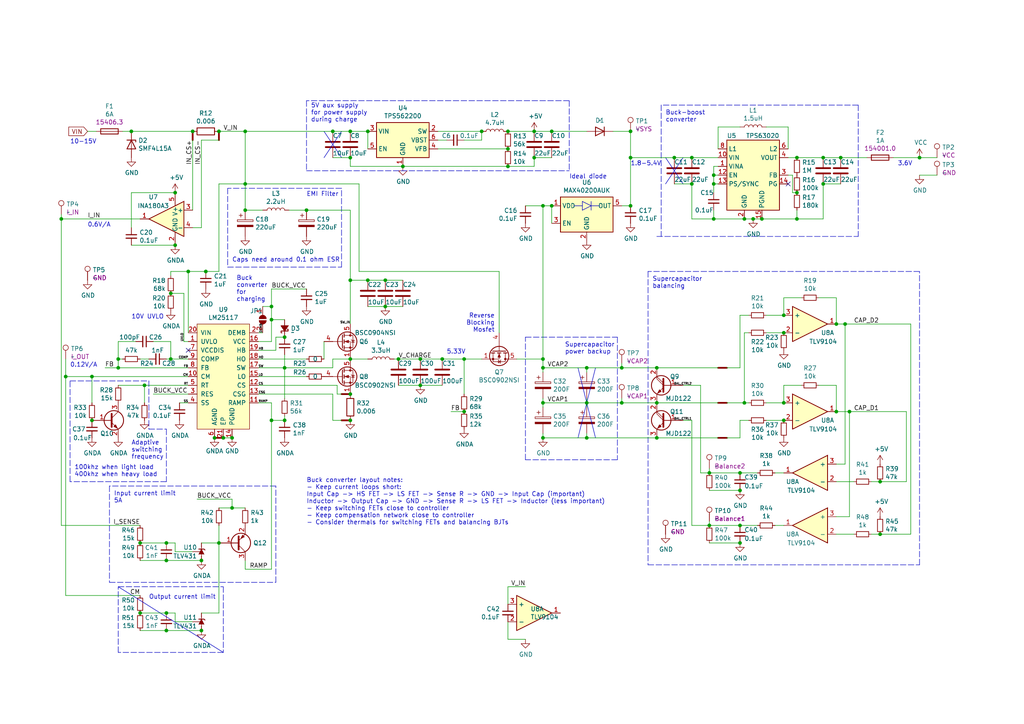
<source format=kicad_sch>
(kicad_sch (version 20211123) (generator eeschema)
  (paper "A4")
  (title_block (title "TSAL Logic and Power Board") (date "2021-03-01") (rev "B") (company "Copyright (c) 2021 Andrew Chen <andrew@xortux.com>"))
  (junction (at 205.74 137.16))
  (junction (at 55.88 38.1))
  (junction (at 128.27 104.14))
  (junction (at 157.48 59.69))
  (junction (at 62.23 127))
  (junction (at 160.02 38.1))
  (junction (at 78.74 88.9))
  (junction (at 71.12 60.96))
  (junction (at 48.26 157.48))
  (junction (at 220.98 63.5))
  (junction (at 63.5 38.1))
  (junction (at 88.9 60.96))
  (junction (at 101.6 104.14))
  (junction (at 255.27 139.7))
  (junction (at 134.62 104.14))
  (junction (at 38.1 38.1))
  (junction (at 48.26 182.88))
  (junction (at 227.33 121.92))
  (junction (at 180.34 116.84))
  (junction (at 34.29 106.68))
  (junction (at 82.55 97.79))
  (junction (at 50.8 71.12))
  (junction (at 139.7 38.1))
  (junction (at 154.94 45.72))
  (junction (at 231.14 63.5))
  (junction (at 26.67 109.22))
  (junction (at 231.14 55.88))
  (junction (at 101.6 81.28))
  (junction (at 58.42 182.88))
  (junction (at 50.8 55.88))
  (junction (at 214.63 142.24))
  (junction (at 67.31 127))
  (junction (at 48.26 162.56))
  (junction (at 41.91 111.76))
  (junction (at 245.11 93.98))
  (junction (at 242.57 93.98))
  (junction (at 121.92 104.14))
  (junction (at 59.69 78.74))
  (junction (at 106.68 38.1))
  (junction (at 205.74 152.4))
  (junction (at 64.77 127))
  (junction (at 63.5 157.48))
  (junction (at 17.78 63.5))
  (junction (at 182.88 45.72))
  (junction (at 195.58 45.72))
  (junction (at 215.9 116.84))
  (junction (at 207.01 53.34))
  (junction (at 190.5 127))
  (junction (at 67.31 147.32))
  (junction (at 116.84 48.26))
  (junction (at 101.6 121.92))
  (junction (at 157.48 116.84))
  (junction (at 255.27 154.94))
  (junction (at 71.12 53.34))
  (junction (at 266.7 45.72))
  (junction (at 134.62 119.38))
  (junction (at 54.61 78.74))
  (junction (at 147.32 48.26))
  (junction (at 180.34 106.68))
  (junction (at 190.5 116.84))
  (junction (at 160.02 59.69))
  (junction (at 101.6 45.72))
  (junction (at 238.76 45.72))
  (junction (at 78.74 121.92))
  (junction (at 157.48 106.68))
  (junction (at 106.68 81.28))
  (junction (at 58.42 162.56))
  (junction (at 215.9 63.5))
  (junction (at 71.12 38.1))
  (junction (at 218.44 63.5))
  (junction (at 82.55 121.92))
  (junction (at 19.05 109.22))
  (junction (at 78.74 92.71))
  (junction (at 40.64 157.48))
  (junction (at 147.32 38.1))
  (junction (at 96.52 38.1))
  (junction (at 190.5 106.68))
  (junction (at 157.48 104.14))
  (junction (at 214.63 157.48))
  (junction (at 170.18 116.84))
  (junction (at 111.76 88.9))
  (junction (at 101.6 38.1))
  (junction (at 214.63 137.16))
  (junction (at 111.76 81.28))
  (junction (at 147.32 43.18))
  (junction (at 238.76 53.34))
  (junction (at 115.57 104.14))
  (junction (at 170.18 127))
  (junction (at 157.48 127))
  (junction (at 34.29 104.14))
  (junction (at 243.84 45.72))
  (junction (at 182.88 38.1))
  (junction (at 207.01 63.5))
  (junction (at 101.6 114.3))
  (junction (at 231.14 45.72))
  (junction (at 182.88 59.69))
  (junction (at 82.55 106.68))
  (junction (at 170.18 106.68))
  (junction (at 40.64 177.8))
  (junction (at 49.53 85.09))
  (junction (at 200.66 53.34))
  (junction (at 200.66 45.72))
  (junction (at 214.63 152.4))
  (junction (at 227.33 96.52))
  (junction (at 246.38 119.38))
  (junction (at 227.33 116.84))
  (junction (at 207.01 50.8))
  (junction (at 154.94 38.1))
  (junction (at 121.92 111.76))
  (junction (at 48.26 177.8))
  (junction (at 49.53 104.14))
  (junction (at 26.67 121.92))
  (junction (at 227.33 91.44))
  (junction (at 242.57 119.38))
  (no_connect (at 228.6 53.34))
  (no_connect (at 54.61 101.6))
  (wire (pts (xy 214.63 137.16) (xy 219.71 137.16)))
  (wire (pts (xy 214.63 36.83) (xy 208.28 36.83)))
  (wire (pts (xy 170.18 116.84) (xy 157.48 116.84)))
  (wire (pts (xy 170.18 107.95) (xy 170.18 106.68)))
  (wire (pts (xy 245.11 93.98) (xy 264.16 93.98)))
  (wire (pts (xy 78.74 116.84) (xy 78.74 121.92)))
  (wire (pts (xy 58.42 162.56) (xy 48.26 162.56)))
  (wire (pts (xy 170.18 125.73) (xy 170.18 127)))
  (wire (pts (xy 19.05 172.72) (xy 19.05 109.22)))
  (wire (pts (xy 115.57 111.76) (xy 121.92 111.76)))
  (wire (pts (xy 242.57 154.94) (xy 247.65 154.94)))
  (wire (pts (xy 58.42 40.64) (xy 58.42 66.04)))
  (wire (pts (xy 80.01 97.79) (xy 80.01 101.6)))
  (wire (pts (xy 222.25 36.83) (xy 228.6 36.83)))
  (wire (pts (xy 96.52 45.72) (xy 101.6 45.72)))
  (wire (pts (xy 76.2 96.52) (xy 74.93 96.52)))
  (wire (pts (xy 104.14 53.34) (xy 104.14 78.74)))
  (wire (pts (xy 208.28 53.34) (xy 207.01 53.34)))
  (wire (pts (xy 214.63 127) (xy 214.63 121.92)))
  (wire (pts (xy 50.8 180.34) (xy 50.8 177.8)))
  (wire (pts (xy 101.6 38.1) (xy 106.68 38.1)))
  (polyline (pts (xy 168.91 58.42) (xy 171.45 59.69)) (stroke (width 0) (type solid)))
  (wire (pts (xy 134.62 104.14) (xy 139.7 104.14)))
  (polyline (pts (xy 88.9 29.21) (xy 88.9 49.53)))
  (wire (pts (xy 160.02 64.77) (xy 160.02 59.69)))
  (wire (pts (xy 38.1 55.88) (xy 50.8 55.88)))
  (wire (pts (xy 71.12 38.1) (xy 96.52 38.1)))
  (wire (pts (xy 71.12 53.34) (xy 104.14 53.34)))
  (wire (pts (xy 78.74 99.06) (xy 78.74 92.71)))
  (wire (pts (xy 58.42 182.88) (xy 48.26 182.88)))
  (wire (pts (xy 40.64 63.5) (xy 17.78 63.5)))
  (wire (pts (xy 170.18 118.11) (xy 170.18 116.84)))
  (wire (pts (xy 58.42 177.8) (xy 63.5 177.8)))
  (wire (pts (xy 210.82 116.84) (xy 215.9 116.84)))
  (wire (pts (xy 170.18 116.84) (xy 180.34 116.84)))
  (wire (pts (xy 71.12 53.34) (xy 71.12 38.1)))
  (wire (pts (xy 55.88 60.96) (xy 55.88 40.64)))
  (wire (pts (xy 147.32 170.18) (xy 152.4 170.18)))
  (wire (pts (xy 231.14 63.5) (xy 238.76 63.5)))
  (polyline (pts (xy 48.26 124.46) (xy 48.26 139.7)))
  (wire (pts (xy 157.48 106.68) (xy 157.48 104.14)))
  (wire (pts (xy 82.55 106.68) (xy 96.52 106.68)))
  (wire (pts (xy 63.5 78.74) (xy 63.5 53.34)))
  (wire (pts (xy 96.52 121.92) (xy 99.06 121.92)))
  (wire (pts (xy 130.81 119.38) (xy 134.62 119.38)))
  (polyline (pts (xy 166.37 59.69) (xy 168.91 59.69)) (stroke (width 0) (type solid)))
  (wire (pts (xy 229.87 50.8) (xy 229.87 55.88)))
  (wire (pts (xy 40.64 182.88) (xy 48.26 182.88)))
  (polyline (pts (xy 198.12 45.72) (xy 193.04 53.34)) (stroke (width 0) (type solid)))
  (wire (pts (xy 157.48 106.68) (xy 170.18 106.68)))
  (wire (pts (xy 222.25 91.44) (xy 227.33 91.44)))
  (polyline (pts (xy 80.01 168.91) (xy 80.01 140.97)))
  (wire (pts (xy 205.74 137.16) (xy 205.74 135.89)))
  (wire (pts (xy 127 38.1) (xy 139.7 38.1)))
  (wire (pts (xy 38.1 71.12) (xy 50.8 71.12)))
  (wire (pts (xy 38.1 38.1) (xy 55.88 38.1)))
  (polyline (pts (xy 31.75 140.97) (xy 31.75 168.91)))
  (wire (pts (xy 40.64 162.56) (xy 48.26 162.56)))
  (wire (pts (xy 49.53 104.14) (xy 54.61 104.14)))
  (wire (pts (xy 207.01 50.8) (xy 207.01 53.34)))
  (wire (pts (xy 76.2 88.9) (xy 78.74 88.9)))
  (polyline (pts (xy 20.32 110.49) (xy 43.18 110.49)))
  (wire (pts (xy 74.93 106.68) (xy 82.55 106.68)))
  (wire (pts (xy 63.5 157.48) (xy 63.5 177.8)))
  (wire (pts (xy 160.02 45.72) (xy 154.94 45.72)))
  (wire (pts (xy 214.63 91.44) (xy 214.63 106.68)))
  (wire (pts (xy 246.38 149.86) (xy 246.38 119.38)))
  (wire (pts (xy 54.61 111.76) (xy 41.91 111.76)))
  (polyline (pts (xy 172.72 106.68) (xy 167.64 127)) (stroke (width 0) (type solid)))
  (wire (pts (xy 182.88 38.1) (xy 182.88 45.72)))
  (wire (pts (xy 190.5 116.84) (xy 208.28 116.84)))
  (wire (pts (xy 27.94 38.1) (xy 25.4 38.1)))
  (wire (pts (xy 134.62 40.64) (xy 139.7 40.64)))
  (wire (pts (xy 49.53 80.01) (xy 49.53 78.74)))
  (wire (pts (xy 237.49 86.36) (xy 242.57 86.36)))
  (wire (pts (xy 237.49 111.76) (xy 242.57 111.76)))
  (wire (pts (xy 262.89 139.7) (xy 262.89 119.38)))
  (wire (pts (xy 195.58 45.72) (xy 182.88 45.72)))
  (polyline (pts (xy 171.45 59.69) (xy 173.99 59.69)) (stroke (width 0) (type solid)))
  (wire (pts (xy 17.78 63.5) (xy 17.78 152.4)))
  (wire (pts (xy 215.9 116.84) (xy 217.17 116.84)))
  (polyline (pts (xy 64.77 189.23) (xy 34.29 189.23)))
  (wire (pts (xy 88.9 109.22) (xy 74.93 109.22)))
  (wire (pts (xy 208.28 50.8) (xy 207.01 50.8)))
  (polyline (pts (xy 171.45 58.42) (xy 171.45 60.96)) (stroke (width 0) (type solid)))
  (wire (pts (xy 190.5 127) (xy 208.28 127)))
  (wire (pts (xy 35.56 104.14) (xy 34.29 104.14)))
  (wire (pts (xy 245.11 134.62) (xy 245.11 93.98)))
  (wire (pts (xy 106.68 88.9) (xy 111.76 88.9)))
  (polyline (pts (xy 93.98 38.1) (xy 99.06 45.72)) (stroke (width 0) (type solid)))
  (wire (pts (xy 57.15 144.78) (xy 67.31 144.78)))
  (polyline (pts (xy 31.75 168.91) (xy 80.01 168.91)))
  (wire (pts (xy 149.86 104.14) (xy 157.48 104.14)))
  (wire (pts (xy 101.6 104.14) (xy 106.68 104.14)))
  (wire (pts (xy 53.34 99.06) (xy 54.61 99.06)))
  (polyline (pts (xy 43.18 124.46) (xy 48.26 124.46)))
  (wire (pts (xy 208.28 36.83) (xy 208.28 43.18)))
  (wire (pts (xy 247.65 139.7) (xy 242.57 139.7)))
  (wire (pts (xy 74.93 111.76) (xy 97.79 111.76)))
  (wire (pts (xy 227.33 91.44) (xy 227.33 86.36)))
  (wire (pts (xy 134.62 114.3) (xy 134.62 104.14)))
  (wire (pts (xy 266.7 50.8) (xy 271.78 50.8)))
  (polyline (pts (xy 66.04 77.47) (xy 99.06 77.47)))
  (wire (pts (xy 26.67 116.84) (xy 26.67 109.22)))
  (wire (pts (xy 82.55 121.92) (xy 78.74 121.92)))
  (wire (pts (xy 262.89 139.7) (xy 255.27 139.7)))
  (wire (pts (xy 101.6 60.96) (xy 101.6 81.28)))
  (wire (pts (xy 78.74 99.06) (xy 74.93 99.06)))
  (wire (pts (xy 55.88 180.34) (xy 50.8 180.34)))
  (wire (pts (xy 115.57 104.14) (xy 121.92 104.14)))
  (wire (pts (xy 242.57 134.62) (xy 245.11 134.62)))
  (polyline (pts (xy 168.91 60.96) (xy 171.45 59.69)) (stroke (width 0) (type solid)))
  (wire (pts (xy 242.57 111.76) (xy 242.57 119.38)))
  (wire (pts (xy 242.57 93.98) (xy 245.11 93.98)))
  (wire (pts (xy 200.66 121.92) (xy 200.66 152.4)))
  (wire (pts (xy 180.34 105.41) (xy 180.34 106.68)))
  (wire (pts (xy 71.12 60.96) (xy 71.12 53.34)))
  (wire (pts (xy 205.74 137.16) (xy 203.2 137.16)))
  (polyline (pts (xy 248.92 30.48) (xy 191.77 30.48)))
  (wire (pts (xy 210.82 127) (xy 214.63 127)))
  (polyline (pts (xy 168.91 60.96) (xy 168.91 58.42)) (stroke (width 0) (type solid)))
  (polyline (pts (xy 99.06 77.47) (xy 99.06 54.61)))
  (wire (pts (xy 203.2 137.16) (xy 203.2 111.76)))
  (wire (pts (xy 238.76 53.34) (xy 243.84 53.34)))
  (polyline (pts (xy 165.1 29.21) (xy 165.1 49.53)))
  (wire (pts (xy 190.5 106.68) (xy 208.28 106.68)))
  (wire (pts (xy 129.54 40.64) (xy 127 40.64)))
  (wire (pts (xy 48.26 177.8) (xy 50.8 177.8)))
  (wire (pts (xy 78.74 83.82) (xy 88.9 83.82)))
  (wire (pts (xy 255.27 154.94) (xy 252.73 154.94)))
  (polyline (pts (xy 248.92 30.48) (xy 248.92 68.58)))
  (wire (pts (xy 180.34 116.84) (xy 190.5 116.84)))
  (polyline (pts (xy 48.26 139.7) (xy 20.32 139.7)))
  (wire (pts (xy 228.6 50.8) (xy 229.87 50.8)))
  (wire (pts (xy 88.9 60.96) (xy 101.6 60.96)))
  (wire (pts (xy 139.7 40.64) (xy 139.7 38.1)))
  (wire (pts (xy 34.29 106.68) (xy 54.61 106.68)))
  (wire (pts (xy 74.93 114.3) (xy 96.52 114.3)))
  (wire (pts (xy 259.08 45.72) (xy 266.7 45.72)))
  (wire (pts (xy 82.55 106.68) (xy 82.55 115.57)))
  (wire (pts (xy 210.82 106.68) (xy 214.63 106.68)))
  (wire (pts (xy 154.94 48.26) (xy 147.32 48.26)))
  (wire (pts (xy 38.1 66.04) (xy 38.1 55.88)))
  (wire (pts (xy 52.07 116.84) (xy 54.61 116.84)))
  (wire (pts (xy 205.74 152.4) (xy 205.74 151.13)))
  (wire (pts (xy 63.5 38.1) (xy 71.12 38.1)))
  (wire (pts (xy 63.5 53.34) (xy 71.12 53.34)))
  (wire (pts (xy 111.76 81.28) (xy 116.84 81.28)))
  (wire (pts (xy 19.05 104.14) (xy 19.05 109.22)))
  (wire (pts (xy 34.29 106.68) (xy 30.48 106.68)))
  (wire (pts (xy 17.78 63.5) (xy 17.78 62.23)))
  (polyline (pts (xy 187.96 78.74) (xy 187.96 163.83)))
  (wire (pts (xy 170.18 116.84) (xy 170.18 115.57)))
  (wire (pts (xy 127 43.18) (xy 147.32 43.18)))
  (wire (pts (xy 48.26 104.14) (xy 49.53 104.14)))
  (polyline (pts (xy 34.29 170.18) (xy 64.77 189.23)) (stroke (width 0) (type solid)))
  (polyline (pts (xy 43.18 110.49) (xy 43.18 124.46)))
  (wire (pts (xy 106.68 81.28) (xy 111.76 81.28)))
  (wire (pts (xy 157.48 106.68) (xy 157.48 107.95)))
  (wire (pts (xy 34.29 111.76) (xy 41.91 111.76)))
  (wire (pts (xy 180.34 106.68) (xy 190.5 106.68)))
  (wire (pts (xy 228.6 36.83) (xy 228.6 43.18)))
  (wire (pts (xy 205.74 137.16) (xy 214.63 137.16)))
  (wire (pts (xy 78.74 121.92) (xy 78.74 165.1)))
  (wire (pts (xy 224.79 137.16) (xy 227.33 137.16)))
  (wire (pts (xy 49.53 85.09) (xy 53.34 85.09)))
  (wire (pts (xy 40.64 104.14) (xy 43.18 104.14)))
  (wire (pts (xy 157.48 118.11) (xy 157.48 116.84)))
  (wire (pts (xy 93.98 99.06) (xy 93.98 104.14)))
  (wire (pts (xy 71.12 162.56) (xy 71.12 165.1)))
  (wire (pts (xy 207.01 63.5) (xy 215.9 63.5)))
  (polyline (pts (xy 99.06 54.61) (xy 66.04 54.61)))
  (wire (pts (xy 170.18 106.68) (xy 180.34 106.68)))
  (wire (pts (xy 207.01 53.34) (xy 207.01 55.88)))
  (wire (pts (xy 154.94 38.1) (xy 160.02 38.1)))
  (wire (pts (xy 48.26 157.48) (xy 50.8 157.48)))
  (wire (pts (xy 58.42 40.64) (xy 63.5 40.64)))
  (wire (pts (xy 54.61 78.74) (xy 54.61 96.52)))
  (wire (pts (xy 78.74 83.82) (xy 78.74 88.9)))
  (polyline (pts (xy 80.01 140.97) (xy 31.75 140.97)))
  (wire (pts (xy 40.64 157.48) (xy 48.26 157.48)))
  (wire (pts (xy 121.92 111.76) (xy 128.27 111.76)))
  (wire (pts (xy 96.52 104.14) (xy 96.52 106.68)))
  (wire (pts (xy 99.06 114.3) (xy 97.79 114.3)))
  (wire (pts (xy 49.53 78.74) (xy 54.61 78.74)))
  (wire (pts (xy 17.78 152.4) (xy 40.64 152.4)))
  (wire (pts (xy 55.88 66.04) (xy 58.42 66.04)))
  (wire (pts (xy 207.01 48.26) (xy 207.01 50.8)))
  (wire (pts (xy 55.88 160.02) (xy 50.8 160.02)))
  (polyline (pts (xy 64.77 170.18) (xy 64.77 189.23)))
  (wire (pts (xy 232.41 86.36) (xy 227.33 86.36)))
  (polyline (pts (xy 179.07 133.35) (xy 152.4 133.35)))
  (wire (pts (xy 180.34 115.57) (xy 180.34 116.84)))
  (wire (pts (xy 147.32 180.34) (xy 147.32 185.42)))
  (wire (pts (xy 104.14 78.74) (xy 144.78 78.74)))
  (wire (pts (xy 144.78 78.74) (xy 144.78 96.52)))
  (wire (pts (xy 222.25 116.84) (xy 227.33 116.84)))
  (wire (pts (xy 200.66 45.72) (xy 195.58 45.72)))
  (wire (pts (xy 220.98 63.5) (xy 231.14 63.5)))
  (wire (pts (xy 238.76 45.72) (xy 243.84 45.72)))
  (wire (pts (xy 227.33 116.84) (xy 227.33 111.76)))
  (wire (pts (xy 49.53 99.06) (xy 49.53 104.14)))
  (wire (pts (xy 214.63 91.44) (xy 217.17 91.44)))
  (wire (pts (xy 50.8 160.02) (xy 50.8 157.48)))
  (wire (pts (xy 264.16 93.98) (xy 264.16 154.94)))
  (polyline (pts (xy 172.72 127) (xy 167.64 106.68)) (stroke (width 0) (type solid)))
  (wire (pts (xy 106.68 81.28) (xy 101.6 81.28)))
  (polyline (pts (xy 165.1 29.21) (xy 88.9 29.21)))
  (wire (pts (xy 63.5 157.48) (xy 63.5 152.4)))
  (wire (pts (xy 222.25 121.92) (xy 227.33 121.92)))
  (wire (pts (xy 41.91 111.76) (xy 41.91 116.84)))
  (polyline (pts (xy 20.32 139.7) (xy 20.32 110.49)))
  (wire (pts (xy 198.12 111.76) (xy 203.2 111.76)))
  (polyline (pts (xy 34.29 189.23) (xy 34.29 170.18)))
  (wire (pts (xy 214.63 152.4) (xy 219.71 152.4)))
  (wire (pts (xy 44.45 114.3) (xy 54.61 114.3)))
  (wire (pts (xy 67.31 144.78) (xy 67.31 147.32)))
  (wire (pts (xy 19.05 109.22) (xy 26.67 109.22)))
  (polyline (pts (xy 88.9 49.53) (xy 165.1 49.53)))
  (wire (pts (xy 34.29 106.68) (xy 34.29 104.14)))
  (wire (pts (xy 157.48 127) (xy 170.18 127)))
  (wire (pts (xy 215.9 63.5) (xy 218.44 63.5)))
  (wire (pts (xy 222.25 96.52) (xy 227.33 96.52)))
  (polyline (pts (xy 34.29 170.18) (xy 64.77 170.18)))
  (wire (pts (xy 63.5 147.32) (xy 67.31 147.32)))
  (wire (pts (xy 19.05 172.72) (xy 40.64 172.72)))
  (wire (pts (xy 147.32 185.42) (xy 152.4 185.42)))
  (wire (pts (xy 101.6 104.14) (xy 96.52 104.14)))
  (wire (pts (xy 215.9 96.52) (xy 215.9 116.84)))
  (wire (pts (xy 74.93 104.14) (xy 88.9 104.14)))
  (wire (pts (xy 111.76 88.9) (xy 116.84 88.9)))
  (wire (pts (xy 246.38 119.38) (xy 262.89 119.38)))
  (wire (pts (xy 74.93 116.84) (xy 78.74 116.84)))
  (wire (pts (xy 82.55 97.79) (xy 80.01 97.79)))
  (wire (pts (xy 80.01 101.6) (xy 74.93 101.6)))
  (wire (pts (xy 121.92 104.14) (xy 128.27 104.14)))
  (wire (pts (xy 101.6 48.26) (xy 101.6 45.72)))
  (wire (pts (xy 101.6 81.28) (xy 101.6 93.98)))
  (polyline (pts (xy 190.5 68.58) (xy 248.92 68.58)))
  (wire (pts (xy 114.3 104.14) (xy 115.57 104.14)))
  (wire (pts (xy 40.64 177.8) (xy 48.26 177.8)))
  (wire (pts (xy 96.52 121.92) (xy 96.52 114.3)))
  (polyline (pts (xy 266.7 78.74) (xy 187.96 78.74)))
  (wire (pts (xy 200.66 45.72) (xy 208.28 45.72)))
  (wire (pts (xy 44.45 99.06) (xy 49.53 99.06)))
  (wire (pts (xy 170.18 127) (xy 190.5 127)))
  (wire (pts (xy 200.66 63.5) (xy 200.66 53.34)))
  (wire (pts (xy 157.48 59.69) (xy 160.02 59.69)))
  (wire (pts (xy 152.4 59.69) (xy 157.48 59.69)))
  (wire (pts (xy 215.9 96.52) (xy 217.17 96.52)))
  (wire (pts (xy 177.8 38.1) (xy 182.88 38.1)))
  (wire (pts (xy 200.66 152.4) (xy 205.74 152.4)))
  (wire (pts (xy 157.48 115.57) (xy 157.48 116.84)))
  (wire (pts (xy 205.74 152.4) (xy 214.63 152.4)))
  (wire (pts (xy 82.55 92.71) (xy 78.74 92.71)))
  (wire (pts (xy 238.76 53.34) (xy 238.76 63.5)))
  (wire (pts (xy 205.74 142.24) (xy 214.63 142.24)))
  (wire (pts (xy 147.32 48.26) (xy 116.84 48.26)))
  (wire (pts (xy 232.41 111.76) (xy 227.33 111.76)))
  (wire (pts (xy 157.48 59.69) (xy 157.48 104.14)))
  (wire (pts (xy 97.79 114.3) (xy 97.79 111.76)))
  (wire (pts (xy 154.94 45.72) (xy 154.94 48.26)))
  (wire (pts (xy 242.57 86.36) (xy 242.57 93.98)))
  (polyline (pts (xy 187.96 163.83) (xy 266.7 163.83)))
  (wire (pts (xy 67.31 127) (xy 64.77 127)))
  (wire (pts (xy 54.61 78.74) (xy 59.69 78.74)))
  (wire (pts (xy 154.94 38.1) (xy 147.32 38.1)))
  (wire (pts (xy 207.01 63.5) (xy 200.66 63.5)))
  (wire (pts (xy 242.57 149.86) (xy 246.38 149.86)))
  (polyline (pts (xy 152.4 97.79) (xy 179.07 97.79)))
  (polyline (pts (xy 179.07 97.79) (xy 179.07 133.35)))
  (wire (pts (xy 26.67 109.22) (xy 54.61 109.22)))
  (polyline (pts (xy 266.7 163.83) (xy 266.7 78.74)))
  (polyline (pts (xy 99.06 38.1) (xy 93.98 45.72)) (stroke (width 0) (type solid)))
  (wire (pts (xy 58.42 157.48) (xy 63.5 157.48)))
  (wire (pts (xy 82.55 102.87) (xy 82.55 106.68)))
  (wire (pts (xy 59.69 78.74) (xy 63.5 78.74)))
  (wire (pts (xy 200.66 121.92) (xy 198.12 121.92)))
  (wire (pts (xy 116.84 48.26) (xy 101.6 48.26)))
  (wire (pts (xy 224.79 152.4) (xy 227.33 152.4)))
  (wire (pts (xy 83.82 60.96) (xy 88.9 60.96)))
  (wire (pts (xy 34.29 104.14) (xy 34.29 99.06)))
  (wire (pts (xy 205.74 157.48) (xy 214.63 157.48)))
  (polyline (pts (xy 152.4 133.35) (xy 152.4 97.79)))
  (polyline (pts (xy 191.77 30.48) (xy 191.77 68.58)))
  (wire (pts (xy 255.27 154.94) (xy 264.16 154.94)))
  (wire (pts (xy 157.48 125.73) (xy 157.48 127)))
  (wire (pts (xy 243.84 45.72) (xy 251.46 45.72)))
  (wire (pts (xy 96.52 38.1) (xy 101.6 38.1)))
  (wire (pts (xy 255.27 139.7) (xy 252.73 139.7)))
  (wire (pts (xy 214.63 121.92) (xy 217.17 121.92)))
  (wire (pts (xy 34.29 99.06) (xy 39.37 99.06)))
  (wire (pts (xy 231.14 60.96) (xy 231.14 63.5)))
  (wire (pts (xy 195.58 53.34) (xy 200.66 53.34)))
  (wire (pts (xy 67.31 147.32) (xy 71.12 147.32)))
  (polyline (pts (xy 193.04 45.72) (xy 198.12 53.34)) (stroke (width 0) (type solid)))
  (wire (pts (xy 207.01 60.96) (xy 207.01 63.5)))
  (wire (pts (xy 242.57 119.38) (xy 246.38 119.38)))
  (wire (pts (xy 82.55 120.65) (xy 82.55 121.92)))
  (wire (pts (xy 207.01 48.26) (xy 208.28 48.26)))
  (wire (pts (xy 182.88 45.72) (xy 182.88 59.69)))
  (wire (pts (xy 229.87 55.88) (xy 231.14 55.88)))
  (wire (pts (xy 106.68 38.1) (xy 106.68 43.18)))
  (wire (pts (xy 160.02 38.1) (xy 170.18 38.1)))
  (wire (pts (xy 147.32 175.26) (xy 147.32 170.18)))
  (polyline (pts (xy 66.04 54.61) (xy 66.04 77.47)))
  (wire (pts (xy 182.88 59.69) (xy 180.34 59.69)))
  (wire (pts (xy 71.12 165.1) (xy 78.74 165.1)))
  (wire (pts (xy 231.14 45.72) (xy 238.76 45.72)))
  (wire (pts (xy 218.44 63.5) (xy 220.98 63.5)))
  (wire (pts (xy 53.34 85.09) (xy 53.34 99.06)))
  (wire (pts (xy 128.27 104.14) (xy 134.62 104.14)))
  (wire (pts (xy 35.56 38.1) (xy 38.1 38.1)))
  (wire (pts (xy 228.6 45.72) (xy 231.14 45.72)))
  (wire (pts (xy 76.2 60.96) (xy 71.12 60.96)))
  (wire (pts (xy 78.74 88.9) (xy 78.74 92.71)))
  (wire (pts (xy 271.78 45.72) (xy 266.7 45.72)))
  (text "1.8-5.4V" (at 182.88 48.26 0) (effects (font (size 1.27 1.27)) (justify left bottom)))
  (text "Adaptive\nswitching\nfrequency" (at 38.1 133.35 0) (effects (font (size 1.27 1.27)) (justify left bottom)))
  (text "10-15V" (at 20.32 41.91 0) (effects (font (size 1.27 1.27)) (justify left bottom)))
  (text "0.12V/A" (at 20.32 106.68 0) (effects (font (size 1.27 1.27)) (justify left bottom)))
  (text "Buck\nconverter\nfor\ncharging" (at 68.58 87.63 0) (effects (font (size 1.27 1.27)) (justify left bottom)))
  (text "100khz when light load\n400khz when heavy load" (at 21.59 138.43 0) (effects (font (size 1.27 1.27)) (justify left bottom)))
  (text "EMI Filter" (at 88.9 57.15 0) (effects (font (size 1.27 1.27)) (justify left bottom)))
  (text "Input current limit\n5A" (at 33.02 146.05 0) (effects (font (size 1.27 1.27)) (justify left bottom)))
  (text "5V aux supply\nfor power supply\nduring charge" (at 90.17 35.56 0) (effects (font (size 1.27 1.27)) (justify left bottom)))
  (text "Buck-boost\nconverter" (at 193.04 35.56 0) (effects (font (size 1.27 1.27)) (justify left bottom)))
  (text "Output current limit" (at 43.18 173.99 0) (effects (font (size 1.27 1.27)) (justify left bottom)))
  (text "Caps need around 0.1 ohm ESR" (at 67.31 76.2 0) (effects (font (size 1.27 1.27)) (justify left bottom)))
  (text "Reverse\nBlocking\nMosfet" (at 143.51 96.52 180) (effects (font (size 1.27 1.27)) (justify right bottom)))
  (text "Ideal diode" (at 165.1 52.07 0) (effects (font (size 1.27 1.27)) (justify left bottom)))
  (text "Supercapacitor\npower backup" (at 163.83 102.87 0) (effects (font (size 1.27 1.27)) (justify left bottom)))
  (text "5.33V" (at 129.54 102.87 0) (effects (font (size 1.27 1.27)) (justify left bottom)))
  (text "0.6V/A" (at 25.4 66.04 0) (effects (font (size 1.27 1.27)) (justify left bottom)))
  (text "10V UVLO" (at 38.1 92.71 0) (effects (font (size 1.27 1.27)) (justify left bottom)))
  (text "Supercapacitor\nbalancing" (at 189.23 83.82 0) (effects (font (size 1.27 1.27)) (justify left bottom)))
  (text "Buck converter layout notes:\n- Keep current loops short:\nInput Cap -> HS FET -> LS FET -> Sense R -> GND -> Input Cap (important)\nInductor -> Output Cap -> GND -> Sense R -> LS FET -> Inductor (less important)\n- Keep switching FETs close to controller\n- Keep compensation network close to controller\n- Consider thermals for switching FETs and balancing BJTs" (at 88.9 152.4 0) (effects (font (size 1.27 1.27)) (justify left bottom)))
  (text "3.6V" (at 260.35 48.26 0) (effects (font (size 1.27 1.27)) (justify left bottom)))
  (label "BAL_CTRL2" (at 200.66 111.76 180) (effects (font (size 0.635 0.635))))
  (label "CM" (at 54.61 109.22 180) (effects (font (size 0.635 0.635))))
  (label "LO" (at 74.93 109.22 0) (effects (font (size 0.635 0.635))))
  (label "RAMP" (at 74.93 116.84 0) (effects (font (size 0.635 0.635))))
  (label "COMP" (at 54.61 104.14 180) (effects (font (size 0.635 0.635))))
  (label "IN_CS+" (at 55.88 40.64 270))
  (label "UVLO" (at 53.34 99.06 90) (effects (font (size 0.635 0.635))))
  (label "CAP_D1" (at 247.65 119.38 0))
  (label "CM" (at 40.64 172.72 180))
  (label "BUCK_VCC" (at 57.15 144.78 0))
  (label "VCAP2" (at 158.75 106.68 0))
  (label "SW_IN" (at 101.6 93.98 180) (effects (font (size 0.635 0.635))))
  (label "I_SENSE" (at 40.64 152.4 180))
  (label "BUCK_VCC" (at 78.74 83.82 0))
  (label "V_IN" (at 152.4 170.18 180))
  (label "BAL_CTRL1" (at 200.66 121.92 180) (effects (font (size 0.635 0.635))))
  (label "SW" (at 74.93 106.68 0) (effects (font (size 0.635 0.635))))
  (label "DEMB" (at 76.2 96.52 90) (effects (font (size 0.635 0.635))))
  (label "V_IN" (at 64.77 38.1 0))
  (label "RAMP" (at 72.39 165.1 0))
  (label "FB" (at 30.48 106.68 0))
  (label "SS" (at 54.61 116.84 180) (effects (font (size 0.635 0.635))))
  (label "RT" (at 54.61 111.76 180) (effects (font (size 0.635 0.635))))
  (label "CS" (at 74.93 111.76 0) (effects (font (size 0.635 0.635))))
  (label "CSG" (at 74.93 114.3 0) (effects (font (size 0.635 0.635))))
  (label "HO" (at 74.93 104.14 0) (effects (font (size 0.635 0.635))))
  (label "CAP_D2" (at 247.65 93.98 0))
  (label "FB" (at 54.61 106.68 180) (effects (font (size 0.635 0.635))))
  (label "V_CHARGE" (at 115.57 104.14 0))
  (label "I_IN" (at 25.4 63.5 0))
  (label "HB" (at 74.93 101.6 0) (effects (font (size 0.635 0.635))))
  (label "BUCK_VCC" (at 44.45 114.3 0))
  (label "IN_CS-" (at 58.42 40.64 270))
  (label "VCAP1" (at 158.75 116.84 0))
  (label "FB" (at 130.81 119.38 0))
  (global_label "VIN" (shape input) (at 25.4 38.1 180) (property "Intersheet References" "${INTERSHEET_REFS}" (effects hide)))
  (symbol (lib_id "archive:Device_Fuse") (at 31.75 38.1 270) (unit 1)
    (property "Reference" "F1" (at 31.75 30.8102 90))
    (property "Value" "6A" (at 31.75 33.1216 90))
    (property "Footprint" "archive:Fuseholder_Littelfuse_Nano2_154x" (effects hide))
    (property "Part" "15406.3" (at 31.75 35.433 90))
  )
  (symbol (lib_id "archive:power_VCC") (at 266.7 45.72 0) (unit 1)
    (property "Reference" "#PWR023" (effects hide))
    (property "Value" "VCC" (at 267.081 41.3258 0))
  )
  (symbol (lib_id "archive:Device_D_Zener") (at 38.1 41.91 270) (unit 1)
    (property "Reference" "D2" (at 40.1066 40.7416 90) (effects (justify left)))
    (property "Value" "SMF4L15A" (at 40.1066 43.053 90) (effects (justify left)))
    (property "Footprint" "archive:D_SOD-123" (effects hide))
    (property "Part" "SMF4L15A" (effects hide))
  )
  (symbol (lib_id "archive:Analog_Switch_MAX40200AUK") (at 170.18 62.23 0) (unit 1)
    (property "Reference" "U6" (at 170.18 52.9082 0))
    (property "Value" "MAX40200AUK" (at 170.18 55.2196 0))
    (property "Footprint" "archive:SOT-23-5" (effects hide))
    (property "Datasheet" "https://datasheets.maximintegrated.com/en/ds/MAX40200.pdf" (effects hide))
    (property "Part" "MAX40200AUK+T" (effects hide))
  )
  (symbol (lib_id "archive:project_NMOS_SuperSO8") (at 99.06 99.06 0) (unit 1)
    (property "Reference" "Q6" (at 104.14 99.06 0) (effects (justify left)))
    (property "Value" "BSC0904NSI" (at 102.87 96.52 0) (effects (justify left)))
    (property "Footprint" "archive:TDSON-8-1" (effects hide))
    (property "Part" "BSC0904NSI" (effects hide))
  )
  (symbol (lib_id "archive:project_NMOS_SuperSO8") (at 99.06 109.22 0) (unit 1)
    (property "Reference" "Q8" (at 104.14 109.22 0) (effects (justify left)))
    (property "Value" "BSC0902NSI" (at 102.87 111.76 0) (effects (justify left)))
    (property "Footprint" "archive:TDSON-8-1" (effects hide))
    (property "Part" "BSC0902NSI" (effects hide))
  )
  (symbol (lib_id "archive:project_LM5117PMH") (at 64.77 109.22 0) (unit 1)
    (property "Reference" "U9" (at 64.77 89.789 0))
    (property "Value" "LM25117" (at 64.77 92.1004 0))
    (property "Footprint" "archive:ETSSOP-20-1EP_4.4x6.5mm_P0.65mm_EP3x4.2mm" (effects hide))
    (property "Part" "INA180A3IDBV" (effects hide))
  )
  (symbol (lib_id "archive:Device_D_Schottky_Small_Filled") (at 82.55 95.25 90) (unit 1)
    (property "Reference" "D3" (at 84.328 95.25 90) (effects (justify right)))
    (property "Value" "~" (at 84.328 96.393 90) (effects (justify right)))
    (property "Footprint" "archive:D_SOD-323" (effects hide))
    (property "Part" "BAT54WS" (effects hide))
  )
  (symbol (lib_id "archive:Device_C_Small") (at 88.9 86.36 0) (unit 1)
    (property "Reference" "C25" (at 91.2368 85.1916 0) (effects (justify left)))
    (property "Value" "1uF" (at 91.2368 87.503 0) (effects (justify left)))
    (property "Footprint" "archive:C_0402_1005Metric" (effects hide))
    (property "Comment" "25V" (effects hide))
  )
  (symbol (lib_id "archive:Device_R_Small") (at 82.55 118.11 0) (unit 1)
    (property "Reference" "R31" (at 84.0486 116.9416 0) (effects (justify left)))
    (property "Value" "56k" (at 84.0486 119.253 0) (effects (justify left)))
    (property "Footprint" "archive:R_0402_1005Metric" (effects hide))
  )
  (symbol (lib_id "archive:Device_C_Small") (at 82.55 124.46 0) (unit 1)
    (property "Reference" "C38" (at 84.8868 123.2916 0) (effects (justify left)))
    (property "Value" "1nF" (at 84.8868 125.603 0) (effects (justify left)))
    (property "Footprint" "archive:C_0402_1005Metric" (effects hide))
  )
  (symbol (lib_id "archive:power_GNDA") (at 82.55 127 0) (unit 1)
    (property "Reference" "#PWR049" (effects hide))
    (property "Value" "GNDA" (at 82.677 131.3942 0))
  )
  (symbol (lib_id "archive:Device_L") (at 110.49 104.14 90) (unit 1)
    (property "Reference" "L4" (at 110.49 99.314 90))
    (property "Value" "3.3uH" (at 110.49 101.6254 90))
    (property "Footprint" "archive:L_Bourns_SRP1245A" (effects hide))
    (property "Part" "SRP1265A-3R3M" (effects hide))
  )
  (symbol (lib_id "archive:power_GNDA") (at 62.23 127 0) (unit 1)
    (property "Reference" "#PWR047" (effects hide))
    (property "Value" "GNDA" (at 62.23 130.81 0))
  )
  (symbol (lib_id "archive:Device_C_Small") (at 52.07 119.38 0) (unit 1)
    (property "Reference" "C34" (at 49.7586 118.2116 0) (effects (justify right)))
    (property "Value" "0.1uF" (at 49.7586 120.523 0) (effects (justify right)))
    (property "Footprint" "archive:C_0402_1005Metric" (effects hide))
  )
  (symbol (lib_id "archive:power_GNDA") (at 52.07 121.92 0) (unit 1)
    (property "Reference" "#PWR042" (effects hide))
    (property "Value" "GNDA" (at 52.197 126.3142 0))
  )
  (symbol (lib_id "archive:project_Wire") (at 63.5 127 0) (unit 1)
    (property "Reference" "ZZ7" (effects hide))
    (property "Footprint" "archive:Trace_0.2mmx0.6mm" (effects hide))
    (property "DNP" "DNP" (effects hide))
  )
  (symbol (lib_id "archive:Jumper_SolderJumper_2_Open") (at 76.2 92.71 270) (unit 1)
    (property "Reference" "JP1" (at 76.2 90.17 90) (effects (justify right)))
    (property "Value" "0" (effects hide))
    (property "Footprint" "archive:R_0402_1005Metric" (effects hide))
    (property "DNP" "DNP" (effects hide))
  )
  (symbol (lib_id "archive:project_Wire") (at 100.33 114.3 0) (unit 1)
    (property "Reference" "ZZ4" (effects hide))
    (property "Footprint" "archive:Trace_0.2mmx0.6mm" (effects hide))
    (property "DNP" "DNP" (effects hide))
  )
  (symbol (lib_id "archive:Device_R") (at 101.6 118.11 0) (unit 1)
    (property "Reference" "R32" (at 103.378 116.9416 0) (effects (justify left)))
    (property "Value" "0.006" (at 103.378 119.253 0) (effects (justify left)))
    (property "Footprint" "archive:R_2512_6332Metric" (effects hide))
    (property "Part" "LRMAP2512-R006" (effects hide))
  )
  (symbol (lib_id "archive:project_Wire") (at 100.33 121.92 0) (unit 1)
    (property "Reference" "ZZ6" (effects hide))
    (property "Footprint" "archive:Trace_0.2mmx0.6mm" (effects hide))
    (property "DNP" "DNP" (effects hide))
  )
  (symbol (lib_id "archive:Device_R_Small") (at 134.62 116.84 0) (unit 1)
    (property "Reference" "R29" (at 136.1186 115.6716 0) (effects (justify left)))
    (property "Value" "68k" (at 136.1186 117.983 0) (effects (justify left)))
    (property "Footprint" "archive:R_0805_2012Metric" (effects hide))
  )
  (symbol (lib_id "archive:Device_R_Small") (at 134.62 121.92 0) (unit 1)
    (property "Reference" "R35" (at 136.1186 120.7516 0) (effects (justify left)))
    (property "Value" "12k" (at 136.1186 123.063 0) (effects (justify left)))
    (property "Footprint" "archive:R_0805_2012Metric" (effects hide))
  )
  (symbol (lib_id "archive:Reference_Voltage_TL432DBZ") (at 58.42 160.02 90) (unit 1)
    (property "Reference" "U10" (at 57.15 158.75 90) (effects (justify left)))
    (property "Value" "TLV431" (at 57.15 161.29 90) (effects (justify left)))
    (property "Footprint" "archive:SOT-23" (effects hide))
    (property "Part" "TLV431CDBV" (effects hide))
  )
  (symbol (lib_id "archive:Regulator_Switching_TPS562200") (at 116.84 40.64 0) (unit 1)
    (property "Reference" "U4" (at 116.84 31.3182 0))
    (property "Value" "TPS562200" (at 116.84 33.6296 0))
    (property "Footprint" "archive:SOT-23-6" (effects hide))
    (property "Datasheet" "http://www.ti.com/lit/ds/symlink/tps563200.pdf" (effects hide))
    (property "Part" "TPS562200DDC" (effects hide))
  )
  (symbol (lib_id "archive:Device_L") (at 143.51 38.1 90) (unit 1)
    (property "Reference" "L2" (at 143.51 33.274 90))
    (property "Value" "4.7uH" (at 143.51 35.5854 90))
    (property "Footprint" "archive:L_Bourns-SRN4018" (effects hide))
    (property "Part" "SRN4018-4R7M" (effects hide))
  )
  (symbol (lib_id "archive:Device_R_Small") (at 63.5 149.86 0) (unit 1)
    (property "Reference" "R42" (at 62.0014 148.6916 0) (effects (justify right)))
    (property "Value" "10k" (at 62.0014 151.003 0) (effects (justify right)))
    (property "Footprint" "archive:R_0402_1005Metric" (effects hide))
  )
  (symbol (lib_id "archive:Device_Q_PNP_BEC") (at 68.58 157.48 0) (mirror x) (unit 1)
    (property "Reference" "Q12" (at 73.4314 157.48 0) (effects (justify left)))
    (property "Value" "PNP" (effects hide))
    (property "Footprint" "archive:SOT-23" (effects hide))
    (property "Part" "BC856" (effects hide))
  )
  (symbol (lib_id "archive:Device_R_Small") (at 71.12 149.86 0) (unit 1)
    (property "Reference" "R43" (at 72.6186 148.6916 0) (effects (justify left)))
    (property "Value" "1k" (at 72.6186 151.003 0) (effects (justify left)))
    (property "Footprint" "archive:R_0402_1005Metric" (effects hide))
  )
  (symbol (lib_id "archive:project_TPS63020") (at 218.44 50.8 0) (unit 1)
    (property "Reference" "U5" (at 210.82 39.37 0) (effects (justify left)))
    (property "Value" "TPS63020" (at 226.06 39.37 0) (effects (justify right)))
    (property "Footprint" "archive:TPS63020" (effects hide))
    (property "Datasheet" "https://www.ti.com/lit/ds/symlink/tps63020.pdf" (effects hide))
    (property "Part" "TPS63020" (effects hide))
  )
  (symbol (lib_id "archive:power_+5V") (at 154.94 38.1 0) (unit 1)
    (property "Reference" "#PWR021" (effects hide))
    (property "Value" "+5V" (at 155.321 33.7058 0))
  )
  (symbol (lib_id "archive:Device_C_Small") (at 132.08 40.64 270) (unit 1)
    (property "Reference" "C6" (at 130.81 39.37 90) (effects (justify right)))
    (property "Value" "0.1uF" (at 133.35 39.37 90) (effects (justify left)))
    (property "Footprint" "archive:C_0402_1005Metric" (effects hide))
  )
  (symbol (lib_id "archive:power_GNDA") (at 58.42 162.56 0) (unit 1)
    (property "Reference" "#PWR057" (effects hide))
    (property "Value" "GNDA" (at 58.547 166.9542 0))
  )
  (symbol (lib_id "archive:project_NMOS_SuperSO8") (at 144.78 101.6 270) (unit 1)
    (property "Reference" "Q7" (at 144.78 107.9246 90))
    (property "Value" "BSC0902NSI" (at 144.78 110.236 90))
    (property "Footprint" "archive:TDSON-8-1" (effects hide))
    (property "Part" "BSC0902NSI" (effects hide))
  )
  (symbol (lib_id "archive:Device_R_Small") (at 40.64 154.94 0) (unit 1)
    (property "Reference" "R46" (at 39.1414 153.7716 0) (effects (justify right)))
    (property "Value" "15k" (at 39.1414 156.083 0) (effects (justify right)))
    (property "Footprint" "archive:R_0805_2012Metric" (effects hide))
  )
  (symbol (lib_id "archive:Device_R_Small") (at 40.64 160.02 0) (unit 1)
    (property "Reference" "R49" (at 39.1414 158.8516 0) (effects (justify right)))
    (property "Value" "10k" (at 39.1414 161.163 0) (effects (justify right)))
    (property "Footprint" "archive:R_0402_1005Metric" (effects hide))
  )
  (symbol (lib_id "archive:Device_D") (at 173.99 38.1 180) (unit 1)
    (property "Reference" "D1" (at 173.99 34.925 0))
    (property "Value" "~" (at 173.99 34.8996 0))
    (property "Footprint" "archive:D_SOD-123" (effects hide))
    (property "Part" "SM4007PL" (effects hide))
  )
  (symbol (lib_id "archive:Device_C_Small") (at 48.26 160.02 0) (unit 1)
    (property "Reference" "C41" (at 45.9232 158.8516 0) (effects (justify right)))
    (property "Value" "1nF" (at 45.9232 161.163 0) (effects (justify right)))
    (property "Footprint" "archive:C_0402_1005Metric" (effects hide))
  )
  (symbol (lib_id "archive:Connector_TestPoint") (at 182.88 38.1 0) (unit 1)
    (property "Reference" "TP1" (at 184.3532 35.1028 0) (effects (justify left)))
    (property "Value" "~" (at 184.3532 37.4142 0) (effects (justify left)))
    (property "Footprint" "archive:TestPoint_Loop_D2.50mm_Drill1.0mm" (effects hide))
    (property "Part" "Keystone 5000" (effects hide))
    (property "Comment" "VSYS" (at 184.3532 37.4142 0) (effects (justify left)))
    (property "DNP" "DNP" (effects hide))
  )
  (symbol (lib_id "archive:power_GNDA") (at 134.62 124.46 0) (unit 1)
    (property "Reference" "#PWR044" (effects hide))
    (property "Value" "GNDA" (at 134.747 128.8542 0))
  )
  (symbol (lib_id "archive:Device_C_Polarized") (at 157.48 111.76 0) (unit 1)
    (property "Reference" "C32" (at 160.401 110.5916 0) (effects (justify left)))
    (property "Value" "200F" (at 160.401 112.903 0) (effects (justify left)))
    (property "Footprint" "archive:CP_Radial_D30.0mm_P10.00mm_SnapIn" (effects hide))
    (property "Part" "SCCX50B207SSB" (effects hide))
  )
  (symbol (lib_id "archive:Device_C_Polarized") (at 157.48 121.92 0) (unit 1)
    (property "Reference" "C35" (at 160.401 120.7516 0) (effects (justify left)))
    (property "Value" "200F" (at 160.401 123.063 0) (effects (justify left)))
    (property "Footprint" "archive:CP_Radial_D30.0mm_P10.00mm_SnapIn" (effects hide))
    (property "Part" "SCCX50B207SSB" (effects hide))
  )
  (symbol (lib_id "archive:Device_C_Polarized") (at 170.18 111.76 0) (unit 1)
    (property "Reference" "C33" (at 173.101 110.5916 0) (effects (justify left)))
    (property "Value" "200F" (at 173.101 112.903 0) (effects (justify left)))
    (property "Footprint" "archive:CP_Radial_D30.0mm_P10.00mm_SnapIn" (effects hide))
    (property "DNP" "DNP" (effects hide))
    (property "Part" "SCCX50B207SSB" (effects hide))
  )
  (symbol (lib_id "archive:Device_C_Polarized") (at 170.18 121.92 0) (unit 1)
    (property "Reference" "C36" (at 173.101 120.7516 0) (effects (justify left)))
    (property "Value" "200F" (at 173.101 123.063 0) (effects (justify left)))
    (property "Footprint" "archive:CP_Radial_D30.0mm_P10.00mm_SnapIn" (effects hide))
    (property "DNP" "DNP" (effects hide))
    (property "Part" "SCCX50B207SSB" (effects hide))
  )
  (symbol (lib_id "archive:Device_R_Small") (at 147.32 40.64 0) (unit 1)
    (property "Reference" "R13" (at 148.8186 39.4716 0) (effects (justify left)))
    (property "Value" "56k" (at 148.8186 41.783 0) (effects (justify left)))
    (property "Footprint" "archive:R_0402_1005Metric" (effects hide))
  )
  (symbol (lib_id "archive:Device_R_Small") (at 147.32 45.72 0) (unit 1)
    (property "Reference" "R14" (at 148.8186 44.5516 0) (effects (justify left)))
    (property "Value" "10k" (at 148.8186 46.863 0) (effects (justify left)))
    (property "Footprint" "archive:R_0402_1005Metric" (effects hide))
  )
  (symbol (lib_id "archive:Device_L") (at 218.44 36.83 90) (unit 1)
    (property "Reference" "L1" (at 218.44 32.004 90))
    (property "Value" "1.5uH" (at 218.44 34.3154 90))
    (property "Footprint" "archive:L_Bourns-SRN4018" (effects hide))
    (property "Part" "SRN4018-1R5Y" (effects hide))
  )
  (symbol (lib_id "archive:Device_R_Small") (at 49.53 82.55 0) (unit 1)
    (property "Reference" "R18" (at 48.0568 81.3816 0) (effects (justify right)))
    (property "Value" "68k" (at 48.0568 83.693 0) (effects (justify right)))
    (property "Footprint" "archive:R_0805_2012Metric" (effects hide))
  )
  (symbol (lib_id "archive:Device_R_Small") (at 49.53 87.63 0) (unit 1)
    (property "Reference" "R20" (at 48.0568 86.4616 0) (effects (justify right)))
    (property "Value" "10k" (at 48.0568 88.773 0) (effects (justify right)))
    (property "Footprint" "archive:R_0402_1005Metric" (effects hide))
  )
  (symbol (lib_id "archive:Device_R_Small") (at 38.1 104.14 270) (unit 1)
    (property "Reference" "R24" (at 40.64 105.41 90) (effects (justify left)))
    (property "Value" "47k" (at 38.1 101.6 90))
    (property "Footprint" "archive:R_0402_1005Metric" (effects hide))
  )
  (symbol (lib_id "archive:Device_C_Small") (at 45.72 104.14 270) (unit 1)
    (property "Reference" "C28" (at 46.99 105.41 90) (effects (justify left)))
    (property "Value" "1nF" (at 45.72 101.6 90))
    (property "Footprint" "archive:C_0402_1005Metric" (effects hide))
  )
  (symbol (lib_id "archive:Device_C_Small") (at 41.91 99.06 270) (unit 1)
    (property "Reference" "C26" (at 43.18 97.79 90) (effects (justify left)))
    (property "Value" "100pF" (at 40.64 97.79 90) (effects (justify right)))
    (property "Footprint" "archive:C_0402_1005Metric" (effects hide))
  )
  (symbol (lib_id "archive:Device_C") (at 106.68 85.09 0) (unit 1)
    (property "Reference" "C22" (at 106.68 82.55 0) (effects (justify left)))
    (property "Value" "10uF" (at 106.68 87.63 0) (effects (justify left)))
    (property "Footprint" "archive:C_1210_3225Metric" (effects hide))
    (property "Comment" "25V" (effects hide))
  )
  (symbol (lib_id "archive:project_Wire") (at 209.55 127 0) (unit 1)
    (property "Reference" "ZZ8" (effects hide))
    (property "Footprint" "archive:Trace_0.2mmx0.6mm" (effects hide))
    (property "DNP" "DNP" (effects hide))
  )
  (symbol (lib_id "archive:Device_R_Small") (at 41.91 119.38 0) (unit 1)
    (property "Reference" "R34" (at 40.4368 118.2116 0) (effects (justify right)))
    (property "Value" "47k" (at 40.4368 120.523 0) (effects (justify right)))
    (property "Footprint" "archive:R_0402_1005Metric" (effects hide))
  )
  (symbol (lib_id "archive:power_GNDA") (at 41.91 121.92 0) (unit 1)
    (property "Reference" "#PWR041" (effects hide))
    (property "Value" "GNDA" (at 42.037 126.3142 0))
  )
  (symbol (lib_id "archive:power_GND") (at 38.1 45.72 0) (unit 1)
    (property "Reference" "#PWR022" (effects hide))
    (property "Value" "GND" (at 38.227 50.1142 0))
  )
  (symbol (lib_id "archive:power_GND") (at 116.84 48.26 0) (unit 1)
    (property "Reference" "#PWR024" (effects hide))
    (property "Value" "GND" (at 116.967 52.6542 0))
  )
  (symbol (lib_id "archive:Device_C_Polarized") (at 71.12 64.77 0) (unit 1)
    (property "Reference" "C18" (at 74.041 63.6016 0) (effects (justify left)))
    (property "Value" "220uF" (at 74.041 65.913 0) (effects (justify left)))
    (property "Footprint" "archive:CP_Elec_8x10.5" (effects hide))
    (property "Part" "EEV227M025A9MAA" (effects hide))
    (property "PartAlt" "EEE-FN1E221L" (effects hide))
  )
  (symbol (lib_id "archive:Device_L") (at 80.01 60.96 90) (unit 1)
    (property "Reference" "L3" (at 80.01 56.134 90))
    (property "Value" "2.2uH" (at 80.01 58.4454 90))
    (property "Footprint" "archive:L_Bourns-SRN8040_8x8.15mm" (effects hide))
    (property "Part" "SRN8040-2R2Y" (effects hide))
  )
  (symbol (lib_id "archive:power_GND") (at 152.4 64.77 0) (unit 1)
    (property "Reference" "#PWR028" (effects hide))
    (property "Value" "GND" (at 152.527 69.1642 0))
  )
  (symbol (lib_id "archive:power_GND") (at 182.88 64.77 0) (unit 1)
    (property "Reference" "#PWR029" (effects hide))
    (property "Value" "GND" (at 183.007 69.1642 0))
  )
  (symbol (lib_id "archive:power_GND") (at 170.18 69.85 0) (unit 1)
    (property "Reference" "#PWR032" (effects hide))
    (property "Value" "GND" (at 170.307 74.2442 0))
  )
  (symbol (lib_id "archive:power_GND") (at 218.44 63.5 0) (unit 1)
    (property "Reference" "#PWR027" (effects hide))
    (property "Value" "GND" (at 218.567 67.8942 0))
  )
  (symbol (lib_id "archive:power_GND") (at 266.7 50.8 0) (unit 1)
    (property "Reference" "#PWR025" (effects hide))
    (property "Value" "GND" (at 266.827 55.1942 0))
  )
  (symbol (lib_id "archive:Connector_TestPoint") (at 271.78 50.8 0) (unit 1)
    (property "Reference" "TP3" (at 273.2532 47.8028 0) (effects (justify left)))
    (property "Value" "~" (at 273.2532 50.1142 0) (effects (justify left)))
    (property "Footprint" "archive:TestPoint_Loop_D2.50mm_Drill1.0mm" (effects hide))
    (property "Part" "Keystone 5000" (effects hide))
    (property "Comment" "GND" (at 273.2532 50.1142 0) (effects (justify left)))
    (property "DNP" "DNP" (effects hide))
  )
  (symbol (lib_id "archive:Device_C") (at 238.76 49.53 0) (unit 1)
    (property "Reference" "C13" (at 238.76 46.99 0) (effects (justify left)))
    (property "Value" "22uF" (at 238.76 52.07 0) (effects (justify left)))
    (property "Footprint" "archive:C_0805_2012Metric" (effects hide))
  )
  (symbol (lib_id "archive:Connector_TestPoint") (at 271.78 45.72 0) (unit 1)
    (property "Reference" "TP2" (at 273.2532 42.7228 0) (effects (justify left)))
    (property "Value" "~" (at 273.2532 45.0342 0) (effects (justify left)))
    (property "Footprint" "archive:TestPoint_Loop_D2.50mm_Drill1.0mm" (effects hide))
    (property "Part" "Keystone 5000" (effects hide))
    (property "Comment" "VCC" (at 273.2532 45.0342 0) (effects (justify left)))
    (property "DNP" "DNP" (effects hide))
  )
  (symbol (lib_id "archive:Device_R_Small") (at 231.14 48.26 0) (unit 1)
    (property "Reference" "R15" (at 232.6386 47.0916 0) (effects (justify left)))
    (property "Value" "1M" (at 232.6386 49.403 0) (effects (justify left)))
    (property "Footprint" "archive:R_0805_2012Metric" (effects hide))
  )
  (symbol (lib_id "archive:Device_R_Small") (at 231.14 58.42 0) (unit 1)
    (property "Reference" "R17" (at 232.6386 57.2516 0) (effects (justify left)))
    (property "Value" "180k" (at 232.6386 59.563 0) (effects (justify left)))
    (property "Footprint" "archive:R_0805_2012Metric" (effects hide))
  )
  (symbol (lib_id "archive:power_GND") (at 227.33 101.6 0) (unit 1)
    (property "Reference" "#PWR039" (effects hide))
    (property "Value" "GND" (at 227.457 105.9942 0))
  )
  (symbol (lib_id "archive:project_Wire") (at 209.55 116.84 0) (unit 1)
    (property "Reference" "ZZ5" (effects hide))
    (property "Footprint" "archive:Trace_0.2mmx0.6mm" (effects hide))
    (property "DNP" "DNP" (effects hide))
  )
  (symbol (lib_id "archive:power_GND") (at 227.33 127 0) (unit 1)
    (property "Reference" "#PWR051" (effects hide))
    (property "Value" "GND" (at 227.457 131.3942 0))
  )
  (symbol (lib_id "archive:project_Wire") (at 209.55 106.68 0) (unit 1)
    (property "Reference" "ZZ3" (effects hide))
    (property "Footprint" "archive:Trace_0.2mmx0.6mm" (effects hide))
    (property "DNP" "DNP" (effects hide))
  )
  (symbol (lib_id "archive:power_GND") (at 214.63 142.24 0) (unit 1)
    (property "Reference" "#PWR053" (effects hide))
    (property "Value" "GND" (at 214.757 146.6342 0))
  )
  (symbol (lib_id "archive:power_GND") (at 214.63 157.48 0) (unit 1)
    (property "Reference" "#PWR056" (effects hide))
    (property "Value" "GND" (at 214.757 161.8742 0))
  )
  (symbol (lib_id "archive:power_GND") (at 157.48 127 0) (unit 1)
    (property "Reference" "#PWR050" (effects hide))
    (property "Value" "GND" (at 157.607 131.3942 0))
  )
  (symbol (lib_id "archive:power_GND") (at 121.92 111.76 0) (unit 1)
    (property "Reference" "#PWR040" (effects hide))
    (property "Value" "GND" (at 122.047 116.1542 0))
  )
  (symbol (lib_id "archive:Device_C_Small") (at 207.01 58.42 0) (unit 1)
    (property "Reference" "C15" (at 207.01 55.88 0) (effects (justify right)))
    (property "Value" "0.1uF" (at 207.01 60.96 0) (effects (justify right)))
    (property "Footprint" "archive:C_0402_1005Metric" (effects hide))
  )
  (symbol (lib_id "archive:power_GND") (at 111.76 88.9 0) (unit 1)
    (property "Reference" "#PWR037" (effects hide))
    (property "Value" "GND" (at 111.887 93.2942 0))
  )
  (symbol (lib_id "archive:Device_R_Small") (at 231.14 53.34 0) (unit 1)
    (property "Reference" "R16" (at 232.6386 52.1716 0) (effects (justify left)))
    (property "Value" "100k" (at 232.6386 54.483 0) (effects (justify left)))
    (property "Footprint" "archive:R_0805_2012Metric" (effects hide))
  )
  (symbol (lib_id "archive:power_GND") (at 101.6 121.92 0) (unit 1)
    (property "Reference" "#PWR043" (effects hide))
    (property "Value" "GND" (at 101.727 126.3142 0))
  )
  (symbol (lib_id "archive:project_Wire") (at 55.88 39.37 90) (unit 1)
    (property "Reference" "ZZ1" (effects hide))
    (property "Footprint" "archive:Trace_0.2mmx0.6mm" (effects hide))
    (property "DNP" "DNP" (effects hide))
  )
  (symbol (lib_id "archive:Device_R") (at 59.69 38.1 90) (unit 1)
    (property "Reference" "R12" (at 59.69 32.8422 90))
    (property "Value" "0.006" (at 59.69 35.1536 90))
    (property "Footprint" "archive:R_2512_6332Metric" (effects hide))
    (property "Part" "LRMAP2512-R006" (effects hide))
  )
  (symbol (lib_id "archive:project_Wire") (at 63.5 39.37 90) (unit 1)
    (property "Reference" "ZZ2" (effects hide))
    (property "Footprint" "archive:Trace_0.2mmx0.6mm" (effects hide))
    (property "DNP" "DNP" (effects hide))
  )
  (symbol (lib_id "archive:power_GND") (at 67.31 127 0) (unit 1)
    (property "Reference" "#PWR048" (effects hide))
    (property "Value" "GND" (at 67.31 130.81 0))
  )
  (symbol (lib_id "archive:project_INA180A") (at 48.26 63.5 0) (mirror y) (unit 1)
    (property "Reference" "U7" (at 44.45 57.15 0))
    (property "Value" "INA180A3" (at 44.45 59.69 0))
    (property "Footprint" "archive:SOT-23-5" (effects hide))
    (property "Part" "TPS63020DSJ" (effects hide))
  )
  (symbol (lib_id "archive:power_GND") (at 88.9 88.9 0) (unit 1)
    (property "Reference" "#PWR036" (effects hide))
    (property "Value" "GND" (at 89.027 93.2942 0))
  )
  (symbol (lib_id "archive:Device_C") (at 200.66 49.53 0) (unit 1)
    (property "Reference" "C12" (at 200.66 46.99 0) (effects (justify left)))
    (property "Value" "22uF" (at 200.66 52.07 0) (effects (justify left)))
    (property "Footprint" "archive:C_0805_2012Metric" (effects hide))
  )
  (symbol (lib_id "archive:power_GND") (at 59.69 83.82 0) (unit 1)
    (property "Reference" "#PWR035" (effects hide))
    (property "Value" "GND" (at 59.817 88.2142 0))
  )
  (symbol (lib_id "archive:power_GND") (at 88.9 68.58 0) (unit 1)
    (property "Reference" "#PWR031" (effects hide))
    (property "Value" "GND" (at 89.027 72.9742 0))
  )
  (symbol (lib_id "archive:power_GND") (at 71.12 68.58 0) (unit 1)
    (property "Reference" "#PWR030" (effects hide))
    (property "Value" "GND" (at 71.247 72.9742 0))
  )
  (symbol (lib_id "archive:Device_R_Small") (at 91.44 104.14 270) (unit 1)
    (property "Reference" "R25" (at 88.9 105.41 90) (effects (justify right)))
    (property "Value" "0" (at 91.44 104.14 90))
    (property "Footprint" "archive:R_0402_1005Metric" (effects hide))
  )
  (symbol (lib_id "archive:Device_R_Small") (at 91.44 109.22 270) (unit 1)
    (property "Reference" "R26" (at 88.9 107.95 90) (effects (justify right)))
    (property "Value" "0" (at 91.44 109.22 90))
    (property "Footprint" "archive:R_0402_1005Metric" (effects hide))
  )
  (symbol (lib_id "archive:power_GND") (at 25.4 81.28 0) (unit 1)
    (property "Reference" "#PWR034" (effects hide))
    (property "Value" "GND" (at 25.527 85.6742 0))
  )
  (symbol (lib_id "archive:power_GND") (at 152.4 185.42 0) (unit 1)
    (property "Reference" "#PWR059" (effects hide))
    (property "Value" "GND" (at 152.527 189.8142 0))
  )
  (symbol (lib_id "archive:Device_C") (at 101.6 41.91 0) (unit 1)
    (property "Reference" "C8" (at 101.6 39.37 0) (effects (justify left)))
    (property "Value" "10uF" (at 101.6 44.45 0) (effects (justify left)))
    (property "Footprint" "archive:C_1210_3225Metric" (effects hide))
    (property "Comment" "25V" (effects hide))
  )
  (symbol (lib_id "archive:power_GNDA") (at 49.53 90.17 0) (unit 1)
    (property "Reference" "#PWR038" (effects hide))
    (property "Value" "GNDA" (at 49.657 94.5642 0))
  )
  (symbol (lib_id "archive:power_+5V") (at 50.8 55.88 0) (unit 1)
    (property "Reference" "#PWR026" (effects hide))
    (property "Value" "+5V" (at 51.181 51.4858 0))
  )
  (symbol (lib_id "archive:power_GNDA") (at 50.8 71.12 0) (unit 1)
    (property "Reference" "#PWR033" (effects hide))
    (property "Value" "GNDA" (at 50.927 75.5142 0))
  )
  (symbol (lib_id "archive:Device_C") (at 154.94 41.91 0) (unit 1)
    (property "Reference" "C9" (at 154.94 39.37 0) (effects (justify left)))
    (property "Value" "22uF" (at 154.94 44.45 0) (effects (justify left)))
    (property "Footprint" "archive:C_0805_2012Metric" (effects hide))
  )
  (symbol (lib_id "archive:Device_C") (at 160.02 41.91 0) (unit 1)
    (property "Reference" "C10" (at 160.02 39.37 0) (effects (justify left)))
    (property "Value" "22uF" (at 160.02 44.45 0) (effects (justify left)))
    (property "Footprint" "archive:C_0805_2012Metric" (effects hide))
  )
  (symbol (lib_id "archive:Connector_TestPoint") (at 193.04 154.94 0) (unit 1)
    (property "Reference" "TP11" (at 194.5132 151.9428 0) (effects (justify left)))
    (property "Value" "~" (at 194.5132 154.2542 0) (effects (justify left)))
    (property "Footprint" "archive:TestPoint_Loop_D2.50mm_Drill1.0mm" (effects hide))
    (property "Part" "Keystone 5000" (effects hide))
    (property "Comment" "GND" (at 194.5132 154.2542 0) (effects (justify left)))
    (property "DNP" "DNP" (effects hide))
  )
  (symbol (lib_id "archive:power_GND") (at 193.04 154.94 0) (unit 1)
    (property "Reference" "#PWR055" (effects hide))
    (property "Value" "GND" (at 193.167 159.3342 0))
  )
  (symbol (lib_id "archive:Device_Q_NPN_Darlington_BCE") (at 193.04 111.76 0) (mirror y) (unit 1)
    (property "Reference" "Q9" (at 194.31 109.22 0) (effects (justify right)))
    (property "Value" "MJD122" (at 193.04 115.57 0) (effects (justify right)))
    (property "Footprint" "archive:TO-252-2" (effects hide))
    (property "Part" "MJD122" (effects hide))
  )
  (symbol (lib_id "archive:Device_R_Small") (at 219.71 91.44 90) (unit 1)
    (property "Reference" "R21" (at 219.71 86.4616 90))
    (property "Value" "10k" (at 219.71 88.773 90))
    (property "Footprint" "archive:R_0402_1005Metric" (effects hide))
  )
  (symbol (lib_id "archive:Device_C") (at 243.84 49.53 0) (unit 1)
    (property "Reference" "C14" (at 243.84 46.99 0) (effects (justify left)))
    (property "Value" "22uF" (at 243.84 52.07 0) (effects (justify left)))
    (property "Footprint" "archive:C_0805_2012Metric" (effects hide))
  )
  (symbol (lib_id "archive:Device_R_Small") (at 234.95 86.36 90) (unit 1)
    (property "Reference" "R19" (at 234.95 81.3816 90))
    (property "Value" "10k" (at 234.95 83.693 90))
    (property "Footprint" "archive:R_0402_1005Metric" (effects hide))
  )
  (symbol (lib_id "archive:Device_R_Small") (at 227.33 99.06 180) (unit 1)
    (property "Reference" "R23" (at 225.8314 97.8916 0) (effects (justify left)))
    (property "Value" "10k" (at 225.8314 100.203 0) (effects (justify left)))
    (property "Footprint" "archive:R_0402_1005Metric" (effects hide))
  )
  (symbol (lib_id "archive:Device_R_Small") (at 219.71 96.52 90) (unit 1)
    (property "Reference" "R22" (at 219.71 99.1616 90))
    (property "Value" "10k" (at 219.71 101.473 90))
    (property "Footprint" "archive:R_0402_1005Metric" (effects hide))
  )
  (symbol (lib_id "archive:Device_R_Small") (at 219.71 116.84 90) (unit 1)
    (property "Reference" "R30" (at 219.71 111.8616 90))
    (property "Value" "10k" (at 219.71 114.173 90))
    (property "Footprint" "archive:R_0402_1005Metric" (effects hide))
  )
  (symbol (lib_id "archive:Device_R_Small") (at 234.95 111.76 90) (unit 1)
    (property "Reference" "R27" (at 234.95 106.7816 90))
    (property "Value" "10k" (at 234.95 109.093 90))
    (property "Footprint" "archive:R_0402_1005Metric" (effects hide))
  )
  (symbol (lib_id "archive:Device_R_Small") (at 227.33 124.46 180) (unit 1)
    (property "Reference" "R37" (at 225.8314 123.2916 0) (effects (justify left)))
    (property "Value" "10k" (at 225.8314 125.603 0) (effects (justify left)))
    (property "Footprint" "archive:R_0402_1005Metric" (effects hide))
  )
  (symbol (lib_id "archive:Device_R_Small") (at 219.71 121.92 90) (unit 1)
    (property "Reference" "R36" (at 219.71 124.5616 90))
    (property "Value" "10k" (at 219.71 126.873 90))
    (property "Footprint" "archive:R_0402_1005Metric" (effects hide))
  )
  (symbol (lib_id "archive:Connector_TestPoint") (at 180.34 105.41 0) (unit 1)
    (property "Reference" "TP7" (at 181.8132 102.4128 0) (effects (justify left)))
    (property "Value" "~" (at 181.8132 104.7242 0) (effects (justify left)))
    (property "Footprint" "archive:TestPoint_Loop_D2.50mm_Drill1.0mm" (effects hide))
    (property "Part" "Keystone 5000" (effects hide))
    (property "Comment" "VCAP2" (at 181.8132 104.7242 0) (effects (justify left)))
    (property "DNP" "DNP" (effects hide))
  )
  (symbol (lib_id "archive:Device_R_Small") (at 250.19 139.7 90) (unit 1)
    (property "Reference" "R41" (at 250.19 134.7216 90))
    (property "Value" "1k" (at 250.19 137.033 90))
    (property "Footprint" "archive:R_0402_1005Metric" (effects hide))
  )
  (symbol (lib_id "archive:Device_R_Small") (at 255.27 137.16 180) (unit 1)
    (property "Reference" "R39" (at 256.7686 135.9916 0) (effects (justify right)))
    (property "Value" "47k" (at 256.7686 138.303 0) (effects (justify right)))
    (property "Footprint" "archive:R_0402_1005Metric" (effects hide))
  )
  (symbol (lib_id "archive:power_+5V") (at 255.27 134.62 0) (unit 1)
    (property "Reference" "#PWR052" (effects hide))
    (property "Value" "+5V" (at 255.651 130.2258 0))
  )
  (symbol (lib_id "archive:Connector_TestPoint") (at 180.34 115.57 0) (unit 1)
    (property "Reference" "TP8" (at 181.8132 112.5728 0) (effects (justify left)))
    (property "Value" "~" (at 181.8132 114.8842 0) (effects (justify left)))
    (property "Footprint" "archive:TestPoint_Loop_D2.50mm_Drill1.0mm" (effects hide))
    (property "Part" "Keystone 5000" (effects hide))
    (property "Comment" "VCAP1" (at 181.8132 114.8842 0) (effects (justify left)))
    (property "DNP" "DNP" (effects hide))
  )
  (symbol (lib_id "archive:Device_R_Small") (at 250.19 154.94 90) (unit 1)
    (property "Reference" "R48" (at 250.19 149.9616 90))
    (property "Value" "1k" (at 250.19 152.273 90))
    (property "Footprint" "archive:R_0402_1005Metric" (effects hide))
  )
  (symbol (lib_id "archive:Device_R_Small") (at 255.27 152.4 180) (unit 1)
    (property "Reference" "R45" (at 256.7686 151.2316 0) (effects (justify right)))
    (property "Value" "47k" (at 256.7686 153.543 0) (effects (justify right)))
    (property "Footprint" "archive:R_0402_1005Metric" (effects hide))
  )
  (symbol (lib_id "archive:power_+5V") (at 255.27 149.86 0) (unit 1)
    (property "Reference" "#PWR054" (effects hide))
    (property "Value" "+5V" (at 255.651 145.4658 0))
  )
  (symbol (lib_id "archive:Device_R_Small") (at 222.25 137.16 90) (unit 1)
    (property "Reference" "R38" (at 222.25 132.1816 90))
    (property "Value" "1k" (at 222.25 134.493 90))
    (property "Footprint" "archive:R_0402_1005Metric" (effects hide))
  )
  (symbol (lib_id "archive:Device_R_Small") (at 222.25 152.4 90) (unit 1)
    (property "Reference" "R44" (at 222.25 147.4216 90))
    (property "Value" "1k" (at 222.25 149.733 90))
    (property "Footprint" "archive:R_0402_1005Metric" (effects hide))
  )
  (symbol (lib_id "archive:Connector_TestPoint") (at 205.74 135.89 0) (unit 1)
    (property "Reference" "TP9" (at 207.2132 132.8928 0) (effects (justify left)))
    (property "Value" "~" (at 207.2132 135.2042 0) (effects (justify left)))
    (property "Footprint" "archive:TestPoint_Loop_D2.50mm_Drill1.0mm" (effects hide))
    (property "Comment" "Balance2" (at 207.2132 135.2042 0) (effects (justify left)))
    (property "Part" "Keystone 5000" (effects hide))
    (property "DNP" "DNP" (effects hide))
  )
  (symbol (lib_id "archive:Connector_TestPoint") (at 205.74 151.13 0) (unit 1)
    (property "Reference" "TP10" (at 207.2132 148.1328 0) (effects (justify left)))
    (property "Value" "~" (at 207.2132 150.4442 0) (effects (justify left)))
    (property "Footprint" "archive:TestPoint_Loop_D2.50mm_Drill1.0mm" (effects hide))
    (property "Comment" "Balance1" (at 207.2132 150.4442 0) (effects (justify left)))
    (property "Part" "Keystone 5000" (effects hide))
    (property "DNP" "DNP" (effects hide))
  )
  (symbol (lib_id "archive:Device_Q_NPN_Darlington_BCE") (at 193.04 121.92 0) (mirror y) (unit 1)
    (property "Reference" "Q11" (at 194.31 119.38 0) (effects (justify right)))
    (property "Value" "MJD122" (at 193.04 125.73 0) (effects (justify right)))
    (property "Footprint" "archive:TO-252-2" (effects hide))
    (property "Part" "MJD122" (effects hide))
  )
  (symbol (lib_id "archive:Device_C") (at 96.52 41.91 0) (unit 1)
    (property "Reference" "C7" (at 96.52 39.37 0) (effects (justify left)))
    (property "Value" "10uF" (at 96.52 44.45 0) (effects (justify left)))
    (property "Footprint" "archive:C_1210_3225Metric" (effects hide))
    (property "Comment" "25V" (effects hide))
  )
  (symbol (lib_id "archive:Device_R_Small") (at 205.74 139.7 180) (unit 1)
    (property "Reference" "R40" (at 207.2386 138.5316 0) (effects (justify right)))
    (property "Value" "100k" (at 207.2386 140.843 0) (effects (justify right)))
    (property "Footprint" "archive:R_0402_1005Metric" (effects hide))
  )
  (symbol (lib_id "archive:Device_R_Small") (at 205.74 154.94 180) (unit 1)
    (property "Reference" "R47" (at 207.2386 153.7716 0) (effects (justify right)))
    (property "Value" "100k" (at 207.2386 156.083 0) (effects (justify right)))
    (property "Footprint" "archive:R_0402_1005Metric" (effects hide))
  )
  (symbol (lib_id "archive:Device_C_Small") (at 214.63 139.7 0) (unit 1)
    (property "Reference" "C39" (at 215.9 138.43 0) (effects (justify left)))
    (property "Value" "0.1uF" (at 215.9 140.97 0) (effects (justify left)))
    (property "Footprint" "archive:C_0402_1005Metric" (effects hide))
  )
  (symbol (lib_id "archive:Device_C_Small") (at 214.63 154.94 0) (unit 1)
    (property "Reference" "C40" (at 215.9 153.67 0) (effects (justify left)))
    (property "Value" "0.1uF" (at 215.9 156.21 0) (effects (justify left)))
    (property "Footprint" "archive:C_0402_1005Metric" (effects hide))
  )
  (symbol (lib_id "archive:Device_C") (at 195.58 49.53 0) (unit 1)
    (property "Reference" "C11" (at 195.58 46.99 0) (effects (justify left)))
    (property "Value" "22uF" (at 195.58 52.07 0) (effects (justify left)))
    (property "Footprint" "archive:C_0805_2012Metric" (effects hide))
    (property "DNP" "DNP" (effects hide))
  )
  (symbol (lib_id "archive:Device_C_Small") (at 38.1 68.58 0) (unit 1)
    (property "Reference" "C20" (at 40.4368 67.4116 0) (effects (justify left)))
    (property "Value" "0.1uF" (at 40.4368 69.723 0) (effects (justify left)))
    (property "Footprint" "archive:C_0402_1005Metric" (effects hide))
  )
  (symbol (lib_id "archive:Device_C") (at 115.57 107.95 0) (unit 1)
    (property "Reference" "C29" (at 115.57 105.41 0) (effects (justify left)))
    (property "Value" "100uF" (at 115.57 110.49 0) (effects (justify left)))
    (property "Footprint" "archive:C_1210_3225Metric" (effects hide))
    (property "Comment" "6.3V" (effects hide))
  )
  (symbol (lib_id "archive:Device_C") (at 121.92 107.95 0) (unit 1)
    (property "Reference" "C30" (at 121.92 105.41 0) (effects (justify left)))
    (property "Value" "100uF" (at 121.92 110.49 0) (effects (justify left)))
    (property "Footprint" "archive:C_1210_3225Metric" (effects hide))
    (property "Comment" "6.3V" (effects hide))
  )
  (symbol (lib_id "archive:Device_C") (at 128.27 107.95 0) (unit 1)
    (property "Reference" "C31" (at 128.27 105.41 0) (effects (justify left)))
    (property "Value" "100uF" (at 128.27 110.49 0) (effects (justify left)))
    (property "Footprint" "archive:C_1210_3225Metric" (effects hide))
    (property "Comment" "6.3V" (effects hide))
  )
  (symbol (lib_id "archive:Reference_Voltage_TL432DBZ") (at 58.42 180.34 90) (unit 1)
    (property "Reference" "U11" (at 57.15 179.07 90) (effects (justify left)))
    (property "Value" "TLV431" (at 57.15 181.61 90) (effects (justify left)))
    (property "Footprint" "archive:SOT-23" (effects hide))
    (property "DNP" "DNP" (effects hide))
    (property "Part" "TLV431CDBV" (effects hide))
  )
  (symbol (lib_id "archive:power_GNDA") (at 58.42 182.88 0) (unit 1)
    (property "Reference" "#PWR058" (effects hide))
    (property "Value" "GNDA" (at 58.547 187.2742 0))
  )
  (symbol (lib_id "archive:Device_R_Small") (at 40.64 175.26 0) (unit 1)
    (property "Reference" "R50" (at 39.1414 174.0916 0) (effects (justify right)))
    (property "Value" "10k" (at 39.1414 176.403 0) (effects (justify right)))
    (property "Footprint" "archive:R_0402_1005Metric" (effects hide))
    (property "DNP" "DNP" (effects hide))
  )
  (symbol (lib_id "archive:Device_R_Small") (at 40.64 180.34 0) (unit 1)
    (property "Reference" "R51" (at 39.1414 179.1716 0) (effects (justify right)))
    (property "Value" "15k" (at 39.1414 181.483 0) (effects (justify right)))
    (property "Footprint" "archive:R_0805_2012Metric" (effects hide))
    (property "DNP" "DNP" (effects hide))
  )
  (symbol (lib_id "archive:Device_C_Small") (at 48.26 180.34 0) (unit 1)
    (property "Reference" "C43" (at 45.9232 179.1716 0) (effects (justify right)))
    (property "Value" "1nF" (at 45.9232 181.483 0) (effects (justify right)))
    (property "Footprint" "archive:C_0402_1005Metric" (effects hide))
    (property "DNP" "DNP" (effects hide))
  )
  (symbol (lib_id "archive:Device_C_Small") (at 59.69 81.28 0) (unit 1)
    (property "Reference" "C21" (at 62.0268 80.1116 0) (effects (justify left)))
    (property "Value" "1uF" (at 62.0268 82.423 0) (effects (justify left)))
    (property "Footprint" "archive:C_0402_1005Metric" (effects hide))
    (property "Comment" "25V" (effects hide))
  )
  (symbol (lib_id "archive:Device_C_Small") (at 82.55 100.33 0) (unit 1)
    (property "Reference" "C27" (at 84.8868 99.1616 0) (effects (justify left)))
    (property "Value" "1uF" (at 84.8868 101.473 0) (effects (justify left)))
    (property "Footprint" "archive:C_0402_1005Metric" (effects hide))
    (property "Comment" "25V" (effects hide))
  )
  (symbol (lib_id "archive:Device_C_Small") (at 152.4 62.23 0) (unit 1)
    (property "Reference" "C16" (at 150.0886 61.0616 0) (effects (justify right)))
    (property "Value" "0.1uF" (at 150.0886 63.373 0) (effects (justify right)))
    (property "Footprint" "archive:C_0402_1005Metric" (effects hide))
  )
  (symbol (lib_id "archive:Device_C_Small") (at 182.88 62.23 0) (unit 1)
    (property "Reference" "C17" (at 185.2168 61.0616 0) (effects (justify left)))
    (property "Value" "0.1uF" (at 185.2168 63.373 0) (effects (justify left)))
    (property "Footprint" "archive:C_0402_1005Metric" (effects hide))
  )
  (symbol (lib_id "archive:Device_Fuse") (at 255.27 45.72 270) (unit 1)
    (property "Reference" "F2" (at 255.27 38.4302 90))
    (property "Value" "1A" (at 255.27 40.7416 90))
    (property "Footprint" "archive:Fuseholder_Littelfuse_Nano2_154x" (effects hide))
    (property "Part" "154001.0" (at 255.27 43.053 90))
  )
  (symbol (lib_id "archive:Device_C_Polarized") (at 88.9 64.77 0) (unit 1)
    (property "Reference" "C19" (at 91.821 63.6016 0) (effects (justify left)))
    (property "Value" "220uF" (at 91.821 65.913 0) (effects (justify left)))
    (property "Footprint" "archive:CP_Elec_8x10.5" (effects hide))
    (property "Part" "EEV227M025A9MAA" (effects hide))
    (property "PartAlt" "EEE-FN1E221L" (effects hide))
  )
  (symbol (lib_id "archive:Device_C") (at 111.76 85.09 0) (unit 1)
    (property "Reference" "C23" (at 111.76 82.55 0) (effects (justify left)))
    (property "Value" "10uF" (at 111.76 87.63 0) (effects (justify left)))
    (property "Footprint" "archive:C_1210_3225Metric" (effects hide))
    (property "Comment" "25V" (effects hide))
  )
  (symbol (lib_id "archive:Device_C") (at 116.84 85.09 0) (unit 1)
    (property "Reference" "C24" (at 116.84 82.55 0) (effects (justify left)))
    (property "Value" "10uF" (at 116.84 87.63 0) (effects (justify left)))
    (property "Footprint" "archive:C_1210_3225Metric" (effects hide))
    (property "Comment" "25V" (effects hide))
  )
  (symbol (lib_id "archive:Device_Opamp_Quad") (at 234.95 93.98 0) (unit 1)
    (property "Reference" "U8" (at 240.03 96.52 0))
    (property "Value" "TLV9104" (at 238.76 99.06 0))
    (property "Footprint" "archive:TSSOP-14_4.4x5mm_P0.65mm" (effects hide))
    (property "Part" "TLV9104IPWR" (effects hide))
  )
  (symbol (lib_id "archive:Device_Opamp_Quad") (at 154.94 177.8 0) (unit 1)
    (property "Reference" "U8" (at 153.8732 176.6316 0) (effects (justify left)))
    (property "Value" "TLV9104" (at 153.8732 178.943 0) (effects (justify left)))
    (property "Footprint" "archive:TSSOP-14_4.4x5mm_P0.65mm" (effects hide))
    (property "Part" "TLV9104IPWR" (effects hide))
  )
  (symbol (lib_id "archive:Device_Opamp_Quad") (at 234.95 119.38 0) (unit 1)
    (property "Reference" "U8" (at 240.03 121.92 0))
    (property "Value" "TLV9104" (at 238.76 124.46 0))
    (property "Footprint" "archive:TSSOP-14_4.4x5mm_P0.65mm" (effects hide))
    (property "Part" "TLV9104IPWR" (effects hide))
  )
  (symbol (lib_id "archive:Device_Opamp_Quad") (at 234.95 137.16 0) (mirror y) (unit 1)
    (property "Reference" "U8" (at 229.87 139.7 0))
    (property "Value" "TLV9104" (at 232.41 142.24 0))
    (property "Footprint" "archive:TSSOP-14_4.4x5mm_P0.65mm" (effects hide))
    (property "Part" "TLV9104IPWR" (effects hide))
  )
  (symbol (lib_id "archive:Device_Opamp_Quad") (at 234.95 152.4 0) (mirror y) (unit 1)
    (property "Reference" "U8" (at 229.87 154.94 0))
    (property "Value" "TLV9104" (at 232.41 157.48 0))
    (property "Footprint" "archive:TSSOP-14_4.4x5mm_P0.65mm" (effects hide))
    (property "Part" "TLV9104IPWR" (effects hide))
  )
  (symbol (lib_id "archive:Device_C_Small") (at 147.32 177.8 0) (unit 1)
    (property "Reference" "C42" (at 145.0086 176.6316 0) (effects (justify right)))
    (property "Value" "0.1uF" (at 145.0086 178.943 0) (effects (justify right)))
    (property "Footprint" "archive:C_0402_1005Metric" (effects hide))
  )
  (symbol (lib_id "archive:Device_Q_NPN_BEC") (at 31.75 121.92 0) (unit 1)
    (property "Reference" "Q10" (at 33.02 125.73 0) (effects (justify right)))
    (property "Value" "NPN" (effects hide))
    (property "Footprint" "archive:SOT-23" (effects hide))
    (property "Part" "BC846" (effects hide))
  )
  (symbol (lib_id "archive:Device_R_Small") (at 34.29 114.3 0) (unit 1)
    (property "Reference" "R28" (at 32.8168 113.1316 0) (effects (justify right)))
    (property "Value" "15k" (at 32.8168 115.443 0) (effects (justify right)))
    (property "Footprint" "archive:R_0805_2012Metric" (effects hide))
  )
  (symbol (lib_id "archive:power_GNDA") (at 34.29 127 0) (unit 1)
    (property "Reference" "#PWR046" (effects hide))
    (property "Value" "GNDA" (at 34.417 131.3942 0))
  )
  (symbol (lib_id "archive:Device_R_Small") (at 26.67 119.38 0) (unit 1)
    (property "Reference" "R33" (at 25.1968 118.2116 0) (effects (justify right)))
    (property "Value" "10k" (at 25.1968 120.523 0) (effects (justify right)))
    (property "Footprint" "archive:R_0402_1005Metric" (effects hide))
  )
  (symbol (lib_id "archive:power_GNDA") (at 26.67 127 0) (unit 1)
    (property "Reference" "#PWR045" (effects hide))
    (property "Value" "GNDA" (at 26.797 131.3942 0))
  )
  (symbol (lib_id "archive:Device_C_Small") (at 26.67 124.46 0) (unit 1)
    (property "Reference" "C37" (at 22.86 124.46 0))
    (property "Value" "0.1uF" (at 26.67 127 0) (effects (justify right)))
    (property "Footprint" "archive:C_0402_1005Metric" (effects hide))
  )
  (symbol (lib_id "archive:Connector_TestPoint") (at 19.05 104.14 0) (unit 1)
    (property "Reference" "TP6" (at 20.5232 101.1428 0) (effects (justify left)))
    (property "Value" "~" (at 20.5232 103.4542 0) (effects (justify left)))
    (property "Footprint" "archive:TestPoint_Loop_D2.50mm_Drill1.0mm" (effects hide))
    (property "Comment" "I_OUT" (at 20.5232 103.4542 0) (effects (justify left)))
    (property "Part" "Keystone 5000" (effects hide))
    (property "DNP" "DNP" (effects hide))
  )
  (symbol (lib_id "archive:Connector_TestPoint") (at 17.78 62.23 0) (unit 1)
    (property "Reference" "TP4" (at 19.2532 59.2328 0) (effects (justify left)))
    (property "Value" "~" (at 19.2532 61.5442 0) (effects (justify left)))
    (property "Footprint" "archive:TestPoint_Loop_D2.50mm_Drill1.0mm" (effects hide))
    (property "Comment" "I_IN" (at 19.2532 61.5442 0) (effects (justify left)))
    (property "Part" "Keystone 5000" (effects hide))
    (property "DNP" "DNP" (effects hide))
  )
  (symbol (lib_id "archive:Connector_TestPoint") (at 25.4 81.28 0) (unit 1)
    (property "Reference" "TP5" (at 26.8732 78.2828 0) (effects (justify left)))
    (property "Value" "~" (at 26.8732 80.5942 0) (effects (justify left)))
    (property "Footprint" "archive:TestPoint_Loop_D2.50mm_Drill1.0mm" (effects hide))
    (property "Part" "Keystone 5000" (effects hide))
    (property "Comment" "GND" (at 26.8732 80.5942 0) (effects (justify left)))
    (property "DNP" "DNP" (effects hide))
  )
)
</source>
